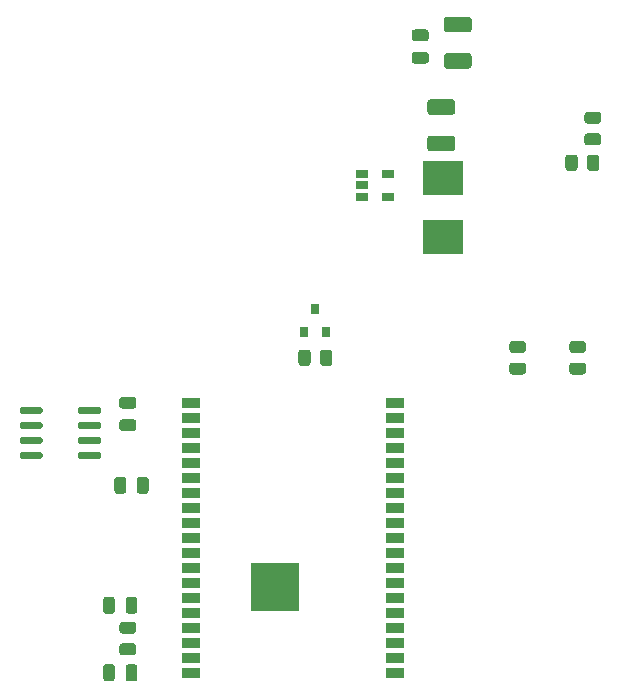
<source format=gbr>
%TF.GenerationSoftware,KiCad,Pcbnew,5.99.0+really5.1.9+dfsg1-1*%
%TF.CreationDate,2021-04-26T13:39:29+03:00*%
%TF.ProjectId,accessController,61636365-7373-4436-9f6e-74726f6c6c65,rev?*%
%TF.SameCoordinates,Original*%
%TF.FileFunction,Paste,Bot*%
%TF.FilePolarity,Positive*%
%FSLAX46Y46*%
G04 Gerber Fmt 4.6, Leading zero omitted, Abs format (unit mm)*
G04 Created by KiCad (PCBNEW 5.99.0+really5.1.9+dfsg1-1) date 2021-04-26 13:39:29*
%MOMM*%
%LPD*%
G01*
G04 APERTURE LIST*
%ADD10R,3.500000X3.000000*%
%ADD11R,0.800000X0.900000*%
%ADD12R,1.060000X0.650000*%
%ADD13R,4.100000X4.100000*%
%ADD14R,1.500000X0.900000*%
G04 APERTURE END LIST*
%TO.C,C1*%
G36*
G01*
X110965000Y-97655000D02*
X110015000Y-97655000D01*
G75*
G02*
X109765000Y-97405000I0J250000D01*
G01*
X109765000Y-96905000D01*
G75*
G02*
X110015000Y-96655000I250000J0D01*
G01*
X110965000Y-96655000D01*
G75*
G02*
X111215000Y-96905000I0J-250000D01*
G01*
X111215000Y-97405000D01*
G75*
G02*
X110965000Y-97655000I-250000J0D01*
G01*
G37*
G36*
G01*
X110965000Y-99555000D02*
X110015000Y-99555000D01*
G75*
G02*
X109765000Y-99305000I0J250000D01*
G01*
X109765000Y-98805000D01*
G75*
G02*
X110015000Y-98555000I250000J0D01*
G01*
X110965000Y-98555000D01*
G75*
G02*
X111215000Y-98805000I0J-250000D01*
G01*
X111215000Y-99305000D01*
G75*
G02*
X110965000Y-99555000I-250000J0D01*
G01*
G37*
%TD*%
%TO.C,C2*%
G36*
G01*
X109360000Y-104615000D02*
X109360000Y-103665000D01*
G75*
G02*
X109610000Y-103415000I250000J0D01*
G01*
X110110000Y-103415000D01*
G75*
G02*
X110360000Y-103665000I0J-250000D01*
G01*
X110360000Y-104615000D01*
G75*
G02*
X110110000Y-104865000I-250000J0D01*
G01*
X109610000Y-104865000D01*
G75*
G02*
X109360000Y-104615000I0J250000D01*
G01*
G37*
G36*
G01*
X111260000Y-104615000D02*
X111260000Y-103665000D01*
G75*
G02*
X111510000Y-103415000I250000J0D01*
G01*
X112010000Y-103415000D01*
G75*
G02*
X112260000Y-103665000I0J-250000D01*
G01*
X112260000Y-104615000D01*
G75*
G02*
X112010000Y-104865000I-250000J0D01*
G01*
X111510000Y-104865000D01*
G75*
G02*
X111260000Y-104615000I0J250000D01*
G01*
G37*
%TD*%
%TO.C,C3*%
G36*
G01*
X137504999Y-64475000D02*
X139355001Y-64475000D01*
G75*
G02*
X139605000Y-64724999I0J-249999D01*
G01*
X139605000Y-65550001D01*
G75*
G02*
X139355001Y-65800000I-249999J0D01*
G01*
X137504999Y-65800000D01*
G75*
G02*
X137255000Y-65550001I0J249999D01*
G01*
X137255000Y-64724999D01*
G75*
G02*
X137504999Y-64475000I249999J0D01*
G01*
G37*
G36*
G01*
X137504999Y-67550000D02*
X139355001Y-67550000D01*
G75*
G02*
X139605000Y-67799999I0J-249999D01*
G01*
X139605000Y-68625001D01*
G75*
G02*
X139355001Y-68875000I-249999J0D01*
G01*
X137504999Y-68875000D01*
G75*
G02*
X137255000Y-68625001I0J249999D01*
G01*
X137255000Y-67799999D01*
G75*
G02*
X137504999Y-67550000I249999J0D01*
G01*
G37*
%TD*%
%TO.C,C4*%
G36*
G01*
X134780000Y-65545000D02*
X135730000Y-65545000D01*
G75*
G02*
X135980000Y-65795000I0J-250000D01*
G01*
X135980000Y-66295000D01*
G75*
G02*
X135730000Y-66545000I-250000J0D01*
G01*
X134780000Y-66545000D01*
G75*
G02*
X134530000Y-66295000I0J250000D01*
G01*
X134530000Y-65795000D01*
G75*
G02*
X134780000Y-65545000I250000J0D01*
G01*
G37*
G36*
G01*
X134780000Y-67445000D02*
X135730000Y-67445000D01*
G75*
G02*
X135980000Y-67695000I0J-250000D01*
G01*
X135980000Y-68195000D01*
G75*
G02*
X135730000Y-68445000I-250000J0D01*
G01*
X134780000Y-68445000D01*
G75*
G02*
X134530000Y-68195000I0J250000D01*
G01*
X134530000Y-67695000D01*
G75*
G02*
X134780000Y-67445000I250000J0D01*
G01*
G37*
%TD*%
%TO.C,C5*%
G36*
G01*
X111305000Y-113825000D02*
X111305000Y-114775000D01*
G75*
G02*
X111055000Y-115025000I-250000J0D01*
G01*
X110555000Y-115025000D01*
G75*
G02*
X110305000Y-114775000I0J250000D01*
G01*
X110305000Y-113825000D01*
G75*
G02*
X110555000Y-113575000I250000J0D01*
G01*
X111055000Y-113575000D01*
G75*
G02*
X111305000Y-113825000I0J-250000D01*
G01*
G37*
G36*
G01*
X109405000Y-113825000D02*
X109405000Y-114775000D01*
G75*
G02*
X109155000Y-115025000I-250000J0D01*
G01*
X108655000Y-115025000D01*
G75*
G02*
X108405000Y-114775000I0J250000D01*
G01*
X108405000Y-113825000D01*
G75*
G02*
X108655000Y-113575000I250000J0D01*
G01*
X109155000Y-113575000D01*
G75*
G02*
X109405000Y-113825000I0J-250000D01*
G01*
G37*
%TD*%
%TO.C,C6*%
G36*
G01*
X137958001Y-72785000D02*
X136107999Y-72785000D01*
G75*
G02*
X135858000Y-72535001I0J249999D01*
G01*
X135858000Y-71709999D01*
G75*
G02*
X136107999Y-71460000I249999J0D01*
G01*
X137958001Y-71460000D01*
G75*
G02*
X138208000Y-71709999I0J-249999D01*
G01*
X138208000Y-72535001D01*
G75*
G02*
X137958001Y-72785000I-249999J0D01*
G01*
G37*
G36*
G01*
X137958001Y-75860000D02*
X136107999Y-75860000D01*
G75*
G02*
X135858000Y-75610001I0J249999D01*
G01*
X135858000Y-74784999D01*
G75*
G02*
X136107999Y-74535000I249999J0D01*
G01*
X137958001Y-74535000D01*
G75*
G02*
X138208000Y-74784999I0J-249999D01*
G01*
X138208000Y-75610001D01*
G75*
G02*
X137958001Y-75860000I-249999J0D01*
G01*
G37*
%TD*%
%TO.C,C7*%
G36*
G01*
X109405000Y-119540000D02*
X109405000Y-120490000D01*
G75*
G02*
X109155000Y-120740000I-250000J0D01*
G01*
X108655000Y-120740000D01*
G75*
G02*
X108405000Y-120490000I0J250000D01*
G01*
X108405000Y-119540000D01*
G75*
G02*
X108655000Y-119290000I250000J0D01*
G01*
X109155000Y-119290000D01*
G75*
G02*
X109405000Y-119540000I0J-250000D01*
G01*
G37*
G36*
G01*
X111305000Y-119540000D02*
X111305000Y-120490000D01*
G75*
G02*
X111055000Y-120740000I-250000J0D01*
G01*
X110555000Y-120740000D01*
G75*
G02*
X110305000Y-120490000I0J250000D01*
G01*
X110305000Y-119540000D01*
G75*
G02*
X110555000Y-119290000I250000J0D01*
G01*
X111055000Y-119290000D01*
G75*
G02*
X111305000Y-119540000I0J-250000D01*
G01*
G37*
%TD*%
D10*
%TO.C,L1*%
X137160000Y-83145000D03*
X137160000Y-78145000D03*
%TD*%
D11*
%TO.C,Q1*%
X127315000Y-91170000D03*
X125415000Y-91170000D03*
X126365000Y-89170000D03*
%TD*%
%TO.C,R1*%
G36*
G01*
X125965000Y-92894999D02*
X125965000Y-93795001D01*
G75*
G02*
X125715001Y-94045000I-249999J0D01*
G01*
X125189999Y-94045000D01*
G75*
G02*
X124940000Y-93795001I0J249999D01*
G01*
X124940000Y-92894999D01*
G75*
G02*
X125189999Y-92645000I249999J0D01*
G01*
X125715001Y-92645000D01*
G75*
G02*
X125965000Y-92894999I0J-249999D01*
G01*
G37*
G36*
G01*
X127790000Y-92894999D02*
X127790000Y-93795001D01*
G75*
G02*
X127540001Y-94045000I-249999J0D01*
G01*
X127014999Y-94045000D01*
G75*
G02*
X126765000Y-93795001I0J249999D01*
G01*
X126765000Y-92894999D01*
G75*
G02*
X127014999Y-92645000I249999J0D01*
G01*
X127540001Y-92645000D01*
G75*
G02*
X127790000Y-92894999I0J-249999D01*
G01*
G37*
%TD*%
%TO.C,R2*%
G36*
G01*
X110940001Y-118542500D02*
X110039999Y-118542500D01*
G75*
G02*
X109790000Y-118292501I0J249999D01*
G01*
X109790000Y-117767499D01*
G75*
G02*
X110039999Y-117517500I249999J0D01*
G01*
X110940001Y-117517500D01*
G75*
G02*
X111190000Y-117767499I0J-249999D01*
G01*
X111190000Y-118292501D01*
G75*
G02*
X110940001Y-118542500I-249999J0D01*
G01*
G37*
G36*
G01*
X110940001Y-116717500D02*
X110039999Y-116717500D01*
G75*
G02*
X109790000Y-116467501I0J249999D01*
G01*
X109790000Y-115942499D01*
G75*
G02*
X110039999Y-115692500I249999J0D01*
G01*
X110940001Y-115692500D01*
G75*
G02*
X111190000Y-115942499I0J-249999D01*
G01*
X111190000Y-116467501D01*
G75*
G02*
X110940001Y-116717500I-249999J0D01*
G01*
G37*
%TD*%
%TO.C,R3*%
G36*
G01*
X148139999Y-91920000D02*
X149040001Y-91920000D01*
G75*
G02*
X149290000Y-92169999I0J-249999D01*
G01*
X149290000Y-92695001D01*
G75*
G02*
X149040001Y-92945000I-249999J0D01*
G01*
X148139999Y-92945000D01*
G75*
G02*
X147890000Y-92695001I0J249999D01*
G01*
X147890000Y-92169999D01*
G75*
G02*
X148139999Y-91920000I249999J0D01*
G01*
G37*
G36*
G01*
X148139999Y-93745000D02*
X149040001Y-93745000D01*
G75*
G02*
X149290000Y-93994999I0J-249999D01*
G01*
X149290000Y-94520001D01*
G75*
G02*
X149040001Y-94770000I-249999J0D01*
G01*
X148139999Y-94770000D01*
G75*
G02*
X147890000Y-94520001I0J249999D01*
G01*
X147890000Y-93994999D01*
G75*
G02*
X148139999Y-93745000I249999J0D01*
G01*
G37*
%TD*%
%TO.C,R4*%
G36*
G01*
X143059999Y-93745000D02*
X143960001Y-93745000D01*
G75*
G02*
X144210000Y-93994999I0J-249999D01*
G01*
X144210000Y-94520001D01*
G75*
G02*
X143960001Y-94770000I-249999J0D01*
G01*
X143059999Y-94770000D01*
G75*
G02*
X142810000Y-94520001I0J249999D01*
G01*
X142810000Y-93994999D01*
G75*
G02*
X143059999Y-93745000I249999J0D01*
G01*
G37*
G36*
G01*
X143059999Y-91920000D02*
X143960001Y-91920000D01*
G75*
G02*
X144210000Y-92169999I0J-249999D01*
G01*
X144210000Y-92695001D01*
G75*
G02*
X143960001Y-92945000I-249999J0D01*
G01*
X143059999Y-92945000D01*
G75*
G02*
X142810000Y-92695001I0J249999D01*
G01*
X142810000Y-92169999D01*
G75*
G02*
X143059999Y-91920000I249999J0D01*
G01*
G37*
%TD*%
%TO.C,R5*%
G36*
G01*
X150310001Y-73537500D02*
X149409999Y-73537500D01*
G75*
G02*
X149160000Y-73287501I0J249999D01*
G01*
X149160000Y-72762499D01*
G75*
G02*
X149409999Y-72512500I249999J0D01*
G01*
X150310001Y-72512500D01*
G75*
G02*
X150560000Y-72762499I0J-249999D01*
G01*
X150560000Y-73287501D01*
G75*
G02*
X150310001Y-73537500I-249999J0D01*
G01*
G37*
G36*
G01*
X150310001Y-75362500D02*
X149409999Y-75362500D01*
G75*
G02*
X149160000Y-75112501I0J249999D01*
G01*
X149160000Y-74587499D01*
G75*
G02*
X149409999Y-74337500I249999J0D01*
G01*
X150310001Y-74337500D01*
G75*
G02*
X150560000Y-74587499I0J-249999D01*
G01*
X150560000Y-75112501D01*
G75*
G02*
X150310001Y-75362500I-249999J0D01*
G01*
G37*
%TD*%
%TO.C,R6*%
G36*
G01*
X150396000Y-76384999D02*
X150396000Y-77285001D01*
G75*
G02*
X150146001Y-77535000I-249999J0D01*
G01*
X149620999Y-77535000D01*
G75*
G02*
X149371000Y-77285001I0J249999D01*
G01*
X149371000Y-76384999D01*
G75*
G02*
X149620999Y-76135000I249999J0D01*
G01*
X150146001Y-76135000D01*
G75*
G02*
X150396000Y-76384999I0J-249999D01*
G01*
G37*
G36*
G01*
X148571000Y-76384999D02*
X148571000Y-77285001D01*
G75*
G02*
X148321001Y-77535000I-249999J0D01*
G01*
X147795999Y-77535000D01*
G75*
G02*
X147546000Y-77285001I0J249999D01*
G01*
X147546000Y-76384999D01*
G75*
G02*
X147795999Y-76135000I249999J0D01*
G01*
X148321001Y-76135000D01*
G75*
G02*
X148571000Y-76384999I0J-249999D01*
G01*
G37*
%TD*%
%TO.C,U1*%
G36*
G01*
X101325000Y-101750000D02*
X101325000Y-101450000D01*
G75*
G02*
X101475000Y-101300000I150000J0D01*
G01*
X103125000Y-101300000D01*
G75*
G02*
X103275000Y-101450000I0J-150000D01*
G01*
X103275000Y-101750000D01*
G75*
G02*
X103125000Y-101900000I-150000J0D01*
G01*
X101475000Y-101900000D01*
G75*
G02*
X101325000Y-101750000I0J150000D01*
G01*
G37*
G36*
G01*
X101325000Y-100480000D02*
X101325000Y-100180000D01*
G75*
G02*
X101475000Y-100030000I150000J0D01*
G01*
X103125000Y-100030000D01*
G75*
G02*
X103275000Y-100180000I0J-150000D01*
G01*
X103275000Y-100480000D01*
G75*
G02*
X103125000Y-100630000I-150000J0D01*
G01*
X101475000Y-100630000D01*
G75*
G02*
X101325000Y-100480000I0J150000D01*
G01*
G37*
G36*
G01*
X101325000Y-99210000D02*
X101325000Y-98910000D01*
G75*
G02*
X101475000Y-98760000I150000J0D01*
G01*
X103125000Y-98760000D01*
G75*
G02*
X103275000Y-98910000I0J-150000D01*
G01*
X103275000Y-99210000D01*
G75*
G02*
X103125000Y-99360000I-150000J0D01*
G01*
X101475000Y-99360000D01*
G75*
G02*
X101325000Y-99210000I0J150000D01*
G01*
G37*
G36*
G01*
X101325000Y-97940000D02*
X101325000Y-97640000D01*
G75*
G02*
X101475000Y-97490000I150000J0D01*
G01*
X103125000Y-97490000D01*
G75*
G02*
X103275000Y-97640000I0J-150000D01*
G01*
X103275000Y-97940000D01*
G75*
G02*
X103125000Y-98090000I-150000J0D01*
G01*
X101475000Y-98090000D01*
G75*
G02*
X101325000Y-97940000I0J150000D01*
G01*
G37*
G36*
G01*
X106275000Y-97940000D02*
X106275000Y-97640000D01*
G75*
G02*
X106425000Y-97490000I150000J0D01*
G01*
X108075000Y-97490000D01*
G75*
G02*
X108225000Y-97640000I0J-150000D01*
G01*
X108225000Y-97940000D01*
G75*
G02*
X108075000Y-98090000I-150000J0D01*
G01*
X106425000Y-98090000D01*
G75*
G02*
X106275000Y-97940000I0J150000D01*
G01*
G37*
G36*
G01*
X106275000Y-99210000D02*
X106275000Y-98910000D01*
G75*
G02*
X106425000Y-98760000I150000J0D01*
G01*
X108075000Y-98760000D01*
G75*
G02*
X108225000Y-98910000I0J-150000D01*
G01*
X108225000Y-99210000D01*
G75*
G02*
X108075000Y-99360000I-150000J0D01*
G01*
X106425000Y-99360000D01*
G75*
G02*
X106275000Y-99210000I0J150000D01*
G01*
G37*
G36*
G01*
X106275000Y-100480000D02*
X106275000Y-100180000D01*
G75*
G02*
X106425000Y-100030000I150000J0D01*
G01*
X108075000Y-100030000D01*
G75*
G02*
X108225000Y-100180000I0J-150000D01*
G01*
X108225000Y-100480000D01*
G75*
G02*
X108075000Y-100630000I-150000J0D01*
G01*
X106425000Y-100630000D01*
G75*
G02*
X106275000Y-100480000I0J150000D01*
G01*
G37*
G36*
G01*
X106275000Y-101750000D02*
X106275000Y-101450000D01*
G75*
G02*
X106425000Y-101300000I150000J0D01*
G01*
X108075000Y-101300000D01*
G75*
G02*
X108225000Y-101450000I0J-150000D01*
G01*
X108225000Y-101750000D01*
G75*
G02*
X108075000Y-101900000I-150000J0D01*
G01*
X106425000Y-101900000D01*
G75*
G02*
X106275000Y-101750000I0J150000D01*
G01*
G37*
%TD*%
D12*
%TO.C,U2*%
X130345000Y-79690000D03*
X130345000Y-78740000D03*
X130345000Y-77790000D03*
X132545000Y-77790000D03*
X132545000Y-79690000D03*
%TD*%
D13*
%TO.C,U3*%
X122980000Y-112715000D03*
D14*
X133085000Y-120015000D03*
X133085000Y-118745000D03*
X133085000Y-117475000D03*
X133085000Y-116205000D03*
X133085000Y-100965000D03*
X133085000Y-102235000D03*
X133085000Y-103505000D03*
X133085000Y-104775000D03*
X133085000Y-106045000D03*
X133085000Y-107315000D03*
X133085000Y-108585000D03*
X133085000Y-109855000D03*
X133085000Y-111125000D03*
X133085000Y-112395000D03*
X133085000Y-113665000D03*
X133085000Y-114935000D03*
X115835000Y-103505000D03*
X115835000Y-104775000D03*
X115835000Y-106045000D03*
X115835000Y-107315000D03*
X115835000Y-108585000D03*
X115835000Y-109855000D03*
X115835000Y-111125000D03*
X115835000Y-112395000D03*
X115835000Y-113665000D03*
X115835000Y-114935000D03*
X115835000Y-116205000D03*
X115835000Y-117475000D03*
X115835000Y-118745000D03*
X115835000Y-100965000D03*
X115835000Y-102235000D03*
X115835000Y-120015000D03*
X115835000Y-99695000D03*
X115835000Y-98425000D03*
X115835000Y-97155000D03*
X133085000Y-99695000D03*
X133085000Y-98425000D03*
X133085000Y-97155000D03*
%TD*%
M02*

</source>
